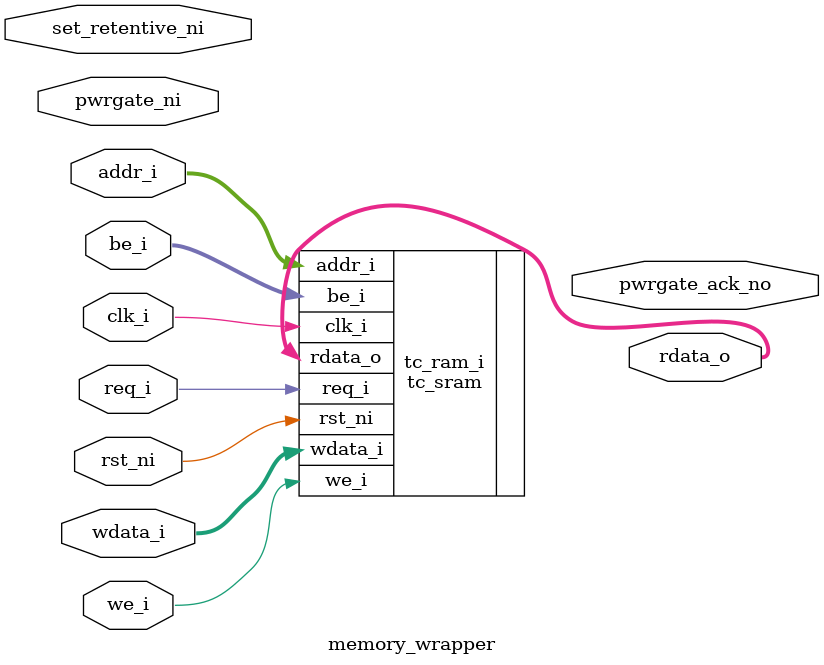
<source format=sv>

module memory_wrapper #(
    parameter int unsigned NumWords = 32'd1024,  // Number of Words in data array
    parameter int unsigned DataWidth = 32'd32,  // Data signal width
    // DEPENDENT PARAMETERS, DO NOT OVERWRITE!
    parameter int unsigned AddrWidth = (NumWords > 32'd1) ? $clog2(NumWords) : 32'd1
) (
    input logic clk_i,
    input logic rst_ni,
    // input ports
    input logic req_i,
    input logic we_i,
    input logic [AddrWidth-1:0] addr_i,
    input logic [31:0] wdata_i,
    input logic [3:0] be_i,
    // power manager signals that goes to the ASIC macros
    input logic pwrgate_ni,
    output logic pwrgate_ack_no,
    input logic set_retentive_ni,
    // output ports
    output logic [31:0] rdata_o
);

  tc_sram #(
      .NumWords (NumWords),
      .DataWidth(DataWidth),
      .NumPorts (32'd1)
  ) tc_ram_i (
      .clk_i  (clk_i),
      .rst_ni (rst_ni),
      .req_i  (req_i),
      .we_i   (we_i),
      .addr_i (addr_i),
      .wdata_i(wdata_i),
      .be_i   (be_i),
      // output ports
      .rdata_o(rdata_o)
  );

endmodule

</source>
